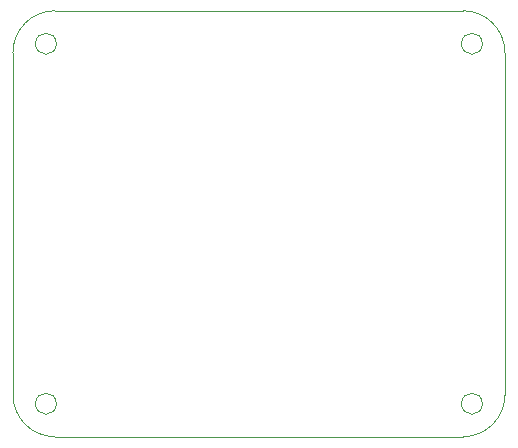
<source format=gm1>
G04 #@! TF.GenerationSoftware,KiCad,Pcbnew,(6.0.7)*
G04 #@! TF.CreationDate,2022-09-08T16:43:51-07:00*
G04 #@! TF.ProjectId,scum3c-devboard,7363756d-3363-42d6-9465-76626f617264,rev?*
G04 #@! TF.SameCoordinates,Original*
G04 #@! TF.FileFunction,Profile,NP*
%FSLAX46Y46*%
G04 Gerber Fmt 4.6, Leading zero omitted, Abs format (unit mm)*
G04 Created by KiCad (PCBNEW (6.0.7)) date 2022-09-08 16:43:51*
%MOMM*%
%LPD*%
G01*
G04 APERTURE LIST*
G04 #@! TA.AperFunction,Profile*
%ADD10C,0.100000*%
G04 #@! TD*
G04 #@! TA.AperFunction,Profile*
%ADD11C,0.101600*%
G04 #@! TD*
G04 APERTURE END LIST*
D10*
X115951000Y-84074000D02*
G75*
G03*
X115951000Y-84074000I-889000J0D01*
G01*
D11*
X76200000Y-54356000D02*
X76200000Y-83312000D01*
D10*
X79883000Y-84074000D02*
G75*
G03*
X79883000Y-84074000I-889000J0D01*
G01*
X115951000Y-53594000D02*
G75*
G03*
X115951000Y-53594000I-889000J0D01*
G01*
X79883000Y-53594000D02*
G75*
G03*
X79883000Y-53594000I-889000J0D01*
G01*
D11*
X79756000Y-50800000D02*
G75*
G03*
X76200000Y-54356000I0J-3556000D01*
G01*
X117856000Y-54356000D02*
X117856000Y-83312000D01*
X76200000Y-83312000D02*
G75*
G03*
X79756000Y-86868000I3556000J0D01*
G01*
X117856000Y-54356000D02*
G75*
G03*
X114300000Y-50800000I-3556000J0D01*
G01*
X79756000Y-50800000D02*
X114300000Y-50800000D01*
X114300000Y-86868000D02*
G75*
G03*
X117856000Y-83312000I0J3556000D01*
G01*
X114300000Y-86868000D02*
X79756000Y-86868000D01*
M02*

</source>
